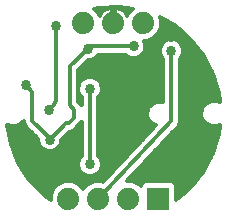
<source format=gbl>
G75*
%MOIN*%
%OFA0B0*%
%FSLAX25Y25*%
%IPPOS*%
%LPD*%
%AMOC8*
5,1,8,0,0,1.08239X$1,22.5*
%
%ADD10R,0.07400X0.07400*%
%ADD11C,0.07400*%
%ADD12C,0.03378*%
%ADD13C,0.01200*%
D10*
X0108068Y0014867D03*
D11*
X0098068Y0014867D03*
X0088068Y0014867D03*
X0078068Y0014867D03*
X0083068Y0073331D03*
X0093068Y0073331D03*
X0103068Y0073331D03*
D12*
X0099800Y0065693D03*
X0093107Y0058607D03*
X0085233Y0051520D03*
X0084446Y0064906D03*
X0073816Y0072386D03*
X0063973Y0052701D03*
X0071453Y0044434D03*
X0071847Y0034591D03*
X0059249Y0036953D03*
X0085233Y0026323D03*
X0121847Y0035772D03*
X0112398Y0064119D03*
X0112398Y0068843D03*
D13*
X0057639Y0039571D02*
X0058867Y0033199D01*
X0061388Y0026900D01*
X0065056Y0021193D01*
X0069738Y0016283D01*
X0072168Y0014553D01*
X0072168Y0016040D01*
X0073066Y0018209D01*
X0074725Y0019868D01*
X0076894Y0020767D01*
X0079241Y0020767D01*
X0081410Y0019868D01*
X0083068Y0018211D01*
X0084725Y0019868D01*
X0086894Y0020767D01*
X0089241Y0020767D01*
X0089620Y0020610D01*
X0107241Y0039371D01*
X0106093Y0039846D01*
X0104976Y0040963D01*
X0104372Y0042423D01*
X0104372Y0044003D01*
X0104976Y0045463D01*
X0106093Y0046580D01*
X0107553Y0047185D01*
X0109133Y0047185D01*
X0109598Y0046992D01*
X0109598Y0061419D01*
X0109101Y0061916D01*
X0108509Y0063345D01*
X0108509Y0064892D01*
X0109101Y0066322D01*
X0110195Y0067416D01*
X0111625Y0068008D01*
X0113172Y0068008D01*
X0114601Y0067416D01*
X0115695Y0066322D01*
X0116287Y0064892D01*
X0116287Y0063345D01*
X0115695Y0061916D01*
X0115198Y0061419D01*
X0115198Y0040816D01*
X0115214Y0040303D01*
X0115198Y0040261D01*
X0115198Y0040215D01*
X0115002Y0039741D01*
X0114821Y0039261D01*
X0114789Y0039228D01*
X0114772Y0039186D01*
X0114409Y0038823D01*
X0097450Y0020767D01*
X0099241Y0020767D01*
X0101410Y0019868D01*
X0102168Y0019110D01*
X0102168Y0019478D01*
X0103456Y0020767D01*
X0112679Y0020767D01*
X0113968Y0019478D01*
X0113968Y0014323D01*
X0118934Y0018626D01*
X0123128Y0023959D01*
X0126237Y0029989D01*
X0128148Y0036499D01*
X0128148Y0036499D01*
X0128436Y0039513D01*
X0127401Y0039084D01*
X0125742Y0039084D01*
X0124210Y0039719D01*
X0123038Y0040891D01*
X0122403Y0042423D01*
X0122403Y0044082D01*
X0123038Y0045614D01*
X0124210Y0046786D01*
X0125742Y0047421D01*
X0127401Y0047421D01*
X0128436Y0046992D01*
X0128148Y0050006D01*
X0126237Y0056516D01*
X0123128Y0062546D01*
X0118934Y0067879D01*
X0113807Y0072321D01*
X0108635Y0075307D01*
X0108968Y0074505D01*
X0108968Y0072158D01*
X0108069Y0069989D01*
X0106410Y0068329D01*
X0104241Y0067431D01*
X0103289Y0067431D01*
X0103689Y0066467D01*
X0103689Y0064920D01*
X0103097Y0063491D01*
X0102003Y0062397D01*
X0100573Y0061804D01*
X0099026Y0061804D01*
X0097597Y0062397D01*
X0097100Y0062893D01*
X0087821Y0062893D01*
X0087742Y0062703D01*
X0086648Y0061609D01*
X0085219Y0061017D01*
X0084516Y0061017D01*
X0081340Y0057841D01*
X0081340Y0047165D01*
X0081605Y0046901D01*
X0082392Y0046113D01*
X0082433Y0046015D01*
X0082433Y0048820D01*
X0081936Y0049317D01*
X0081344Y0050747D01*
X0081344Y0052294D01*
X0081936Y0053723D01*
X0083030Y0054817D01*
X0084459Y0055409D01*
X0086006Y0055409D01*
X0087436Y0054817D01*
X0088530Y0053723D01*
X0089122Y0052294D01*
X0089122Y0050747D01*
X0088530Y0049317D01*
X0088033Y0048820D01*
X0088033Y0029023D01*
X0088530Y0028526D01*
X0089122Y0027097D01*
X0089122Y0025550D01*
X0088530Y0024120D01*
X0087436Y0023026D01*
X0086006Y0022434D01*
X0084459Y0022434D01*
X0083030Y0023026D01*
X0081936Y0024120D01*
X0081344Y0025550D01*
X0081344Y0027097D01*
X0081936Y0028526D01*
X0082433Y0029023D01*
X0082433Y0040411D01*
X0082392Y0040313D01*
X0080535Y0038455D01*
X0079747Y0037668D01*
X0078718Y0037241D01*
X0078457Y0037241D01*
X0075736Y0034520D01*
X0075736Y0033817D01*
X0075144Y0032388D01*
X0074050Y0031294D01*
X0072621Y0030702D01*
X0071074Y0030702D01*
X0069644Y0031294D01*
X0068550Y0032388D01*
X0067958Y0033817D01*
X0067958Y0034914D01*
X0064356Y0038517D01*
X0063568Y0039304D01*
X0063142Y0040333D01*
X0063142Y0040857D01*
X0062004Y0039719D01*
X0060472Y0039084D01*
X0058813Y0039084D01*
X0057639Y0039571D01*
X0057676Y0039374D02*
X0058112Y0039374D01*
X0057907Y0038176D02*
X0064696Y0038176D01*
X0063539Y0039374D02*
X0061173Y0039374D01*
X0062858Y0040573D02*
X0063142Y0040573D01*
X0065942Y0040890D02*
X0065942Y0050339D01*
X0065154Y0051127D01*
X0065154Y0051520D01*
X0063579Y0053095D01*
X0063973Y0052308D02*
X0065154Y0051127D01*
X0071453Y0044434D02*
X0072830Y0045811D01*
X0072997Y0045811D01*
X0073816Y0047583D01*
X0073816Y0072386D01*
X0084446Y0064906D02*
X0078540Y0059001D01*
X0078540Y0046006D01*
X0080019Y0044527D01*
X0080019Y0041899D01*
X0078161Y0040041D01*
X0077298Y0040041D01*
X0071847Y0034591D01*
X0071847Y0034985D01*
X0065942Y0040890D01*
X0065895Y0036977D02*
X0058138Y0036977D01*
X0058369Y0035779D02*
X0067093Y0035779D01*
X0067958Y0034580D02*
X0058600Y0034580D01*
X0058831Y0033382D02*
X0068139Y0033382D01*
X0068755Y0032183D02*
X0059273Y0032183D01*
X0059753Y0030985D02*
X0070391Y0030985D01*
X0073303Y0030985D02*
X0082433Y0030985D01*
X0082433Y0032183D02*
X0074939Y0032183D01*
X0075556Y0033382D02*
X0082433Y0033382D01*
X0082433Y0034580D02*
X0075796Y0034580D01*
X0076995Y0035779D02*
X0082433Y0035779D01*
X0082433Y0036977D02*
X0078193Y0036977D01*
X0080255Y0038176D02*
X0082433Y0038176D01*
X0082433Y0039374D02*
X0081454Y0039374D01*
X0081940Y0046565D02*
X0082433Y0046565D01*
X0082433Y0047764D02*
X0081340Y0047764D01*
X0081340Y0048962D02*
X0082291Y0048962D01*
X0081587Y0050161D02*
X0081340Y0050161D01*
X0081340Y0051360D02*
X0081344Y0051360D01*
X0081340Y0052558D02*
X0081453Y0052558D01*
X0081340Y0053757D02*
X0081969Y0053757D01*
X0081340Y0054955D02*
X0083363Y0054955D01*
X0081340Y0056154D02*
X0109598Y0056154D01*
X0109598Y0057352D02*
X0081340Y0057352D01*
X0082050Y0058551D02*
X0109598Y0058551D01*
X0109598Y0059749D02*
X0083248Y0059749D01*
X0084447Y0060948D02*
X0109598Y0060948D01*
X0109006Y0062146D02*
X0101398Y0062146D01*
X0102951Y0063345D02*
X0108509Y0063345D01*
X0108509Y0064543D02*
X0103533Y0064543D01*
X0103689Y0065742D02*
X0108861Y0065742D01*
X0109720Y0066940D02*
X0103493Y0066940D01*
X0105949Y0068139D02*
X0118634Y0068139D01*
X0119672Y0066940D02*
X0115077Y0066940D01*
X0115935Y0065742D02*
X0120614Y0065742D01*
X0121557Y0064543D02*
X0116287Y0064543D01*
X0116287Y0063345D02*
X0122499Y0063345D01*
X0123334Y0062146D02*
X0115791Y0062146D01*
X0115198Y0060948D02*
X0123952Y0060948D01*
X0124570Y0059749D02*
X0115198Y0059749D01*
X0115198Y0058551D02*
X0125187Y0058551D01*
X0125805Y0057352D02*
X0115198Y0057352D01*
X0115198Y0056154D02*
X0126343Y0056154D01*
X0126695Y0054955D02*
X0115198Y0054955D01*
X0115198Y0053757D02*
X0127047Y0053757D01*
X0127399Y0052558D02*
X0115198Y0052558D01*
X0115198Y0051360D02*
X0127750Y0051360D01*
X0128102Y0050161D02*
X0115198Y0050161D01*
X0115198Y0048962D02*
X0128248Y0048962D01*
X0128362Y0047764D02*
X0115198Y0047764D01*
X0115198Y0046565D02*
X0123989Y0046565D01*
X0122935Y0045367D02*
X0115198Y0045367D01*
X0115198Y0044168D02*
X0122439Y0044168D01*
X0122403Y0042970D02*
X0115198Y0042970D01*
X0115198Y0041771D02*
X0122673Y0041771D01*
X0123356Y0040573D02*
X0115206Y0040573D01*
X0114863Y0039374D02*
X0125041Y0039374D01*
X0128102Y0039374D02*
X0128422Y0039374D01*
X0128308Y0038176D02*
X0113801Y0038176D01*
X0112675Y0036977D02*
X0128194Y0036977D01*
X0127936Y0035779D02*
X0111550Y0035779D01*
X0110424Y0034580D02*
X0127585Y0034580D01*
X0127233Y0033382D02*
X0109299Y0033382D01*
X0108173Y0032183D02*
X0126881Y0032183D01*
X0126529Y0030985D02*
X0107047Y0030985D01*
X0105922Y0029786D02*
X0126132Y0029786D01*
X0125514Y0028588D02*
X0104796Y0028588D01*
X0103670Y0027389D02*
X0124896Y0027389D01*
X0124278Y0026191D02*
X0102545Y0026191D01*
X0101419Y0024992D02*
X0123660Y0024992D01*
X0122998Y0023794D02*
X0100293Y0023794D01*
X0099168Y0022595D02*
X0122055Y0022595D01*
X0121113Y0021397D02*
X0098042Y0021397D01*
X0100613Y0020198D02*
X0102888Y0020198D01*
X0095988Y0027389D02*
X0089001Y0027389D01*
X0089122Y0026191D02*
X0094862Y0026191D01*
X0093736Y0024992D02*
X0088891Y0024992D01*
X0088203Y0023794D02*
X0092611Y0023794D01*
X0091485Y0022595D02*
X0086395Y0022595D01*
X0084071Y0022595D02*
X0064155Y0022595D01*
X0064925Y0021397D02*
X0090359Y0021397D01*
X0085522Y0020198D02*
X0080613Y0020198D01*
X0082278Y0019000D02*
X0083857Y0019000D01*
X0082263Y0023794D02*
X0063385Y0023794D01*
X0062614Y0024992D02*
X0081575Y0024992D01*
X0081344Y0026191D02*
X0061844Y0026191D01*
X0061192Y0027389D02*
X0081465Y0027389D01*
X0081998Y0028588D02*
X0060713Y0028588D01*
X0060233Y0029786D02*
X0082433Y0029786D01*
X0085233Y0026323D02*
X0085233Y0025930D01*
X0085233Y0026323D02*
X0085233Y0051520D01*
X0088879Y0050161D02*
X0109598Y0050161D01*
X0109598Y0048962D02*
X0088175Y0048962D01*
X0088033Y0047764D02*
X0109598Y0047764D01*
X0106079Y0046565D02*
X0088033Y0046565D01*
X0088033Y0045367D02*
X0104936Y0045367D01*
X0104440Y0044168D02*
X0088033Y0044168D01*
X0088033Y0042970D02*
X0104372Y0042970D01*
X0104641Y0041771D02*
X0088033Y0041771D01*
X0088033Y0040573D02*
X0105367Y0040573D01*
X0106119Y0038176D02*
X0088033Y0038176D01*
X0088033Y0039374D02*
X0107232Y0039374D01*
X0104993Y0036977D02*
X0088033Y0036977D01*
X0088033Y0035779D02*
X0103867Y0035779D01*
X0102742Y0034580D02*
X0088033Y0034580D01*
X0088033Y0033382D02*
X0101616Y0033382D01*
X0100490Y0032183D02*
X0088033Y0032183D01*
X0088033Y0030985D02*
X0099365Y0030985D01*
X0098239Y0029786D02*
X0088033Y0029786D01*
X0088468Y0028588D02*
X0097113Y0028588D01*
X0088068Y0014867D02*
X0112398Y0040772D01*
X0112398Y0064119D01*
X0112398Y0068843D02*
X0110036Y0068843D01*
X0097438Y0056245D01*
X0095469Y0056245D01*
X0093107Y0058607D01*
X0098201Y0062146D02*
X0087185Y0062146D01*
X0084446Y0064906D02*
X0085233Y0065693D01*
X0099800Y0065693D01*
X0107417Y0069337D02*
X0117251Y0069337D01*
X0115867Y0070536D02*
X0108296Y0070536D01*
X0108792Y0071734D02*
X0114484Y0071734D01*
X0112748Y0072933D02*
X0108968Y0072933D01*
X0108968Y0074131D02*
X0110672Y0074131D01*
X0099601Y0078208D02*
X0098066Y0076673D01*
X0097728Y0075858D01*
X0097601Y0076109D01*
X0097110Y0076784D01*
X0096520Y0077374D01*
X0095845Y0077864D01*
X0095102Y0078243D01*
X0094309Y0078501D01*
X0093485Y0078631D01*
X0093468Y0078631D01*
X0093468Y0073731D01*
X0092668Y0073731D01*
X0092668Y0078631D01*
X0092650Y0078631D01*
X0091826Y0078501D01*
X0091033Y0078243D01*
X0090290Y0077864D01*
X0089615Y0077374D01*
X0089025Y0076784D01*
X0088535Y0076109D01*
X0088407Y0075858D01*
X0088069Y0076673D01*
X0086531Y0078212D01*
X0088028Y0078575D01*
X0094805Y0078898D01*
X0099601Y0078208D01*
X0099119Y0077727D02*
X0096035Y0077727D01*
X0097296Y0076528D02*
X0098006Y0076528D01*
X0093468Y0076528D02*
X0092668Y0076528D01*
X0092668Y0075330D02*
X0093468Y0075330D01*
X0093468Y0074131D02*
X0092668Y0074131D01*
X0093068Y0073331D02*
X0093068Y0078646D01*
X0093107Y0078686D01*
X0093468Y0077727D02*
X0092668Y0077727D01*
X0090101Y0077727D02*
X0087016Y0077727D01*
X0088129Y0076528D02*
X0088839Y0076528D01*
X0087103Y0054955D02*
X0109598Y0054955D01*
X0109598Y0053757D02*
X0088496Y0053757D01*
X0089012Y0052558D02*
X0109598Y0052558D01*
X0109598Y0051360D02*
X0089122Y0051360D01*
X0075522Y0020198D02*
X0066004Y0020198D01*
X0067147Y0019000D02*
X0073857Y0019000D01*
X0072897Y0017801D02*
X0068290Y0017801D01*
X0069433Y0016603D02*
X0072401Y0016603D01*
X0072168Y0015404D02*
X0070972Y0015404D01*
X0113247Y0020198D02*
X0120170Y0020198D01*
X0119228Y0019000D02*
X0113968Y0019000D01*
X0113968Y0017801D02*
X0117982Y0017801D01*
X0116598Y0016603D02*
X0113968Y0016603D01*
X0113968Y0015404D02*
X0115215Y0015404D01*
M02*

</source>
